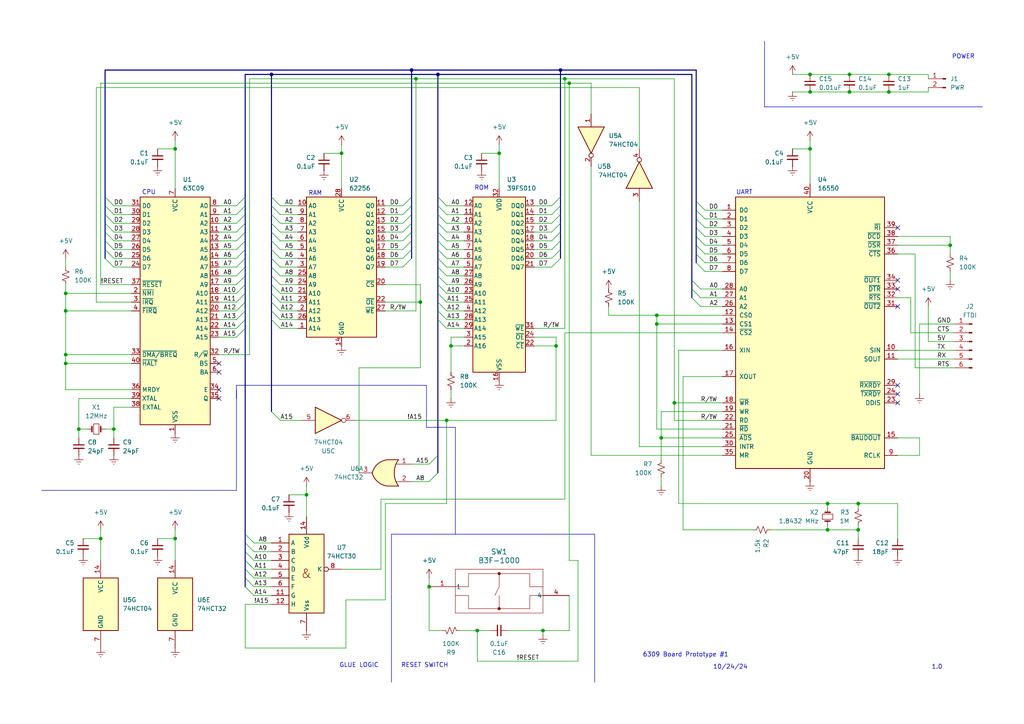
<source format=kicad_sch>
(kicad_sch (version 20231120) (generator "eeschema") (generator_version "8.0")
  (paper "A4")
  (junction (at 144.78 44.45))
  (junction (at 248.92 146.05))
  (junction (at 191.77 127))
  (junction (at 78.74 21.59))
  (junction (at 99.06 44.45))
  (junction (at 124.46 170.18))
  (junction (at 161.29 100.33))
  (junction (at 234.95 21.59))
  (junction (at 234.95 43.18))
  (junction (at 120.65 22.86))
  (junction (at 33.02 124.46))
  (junction (at 19.05 90.17))
  (junction (at 195.58 116.84))
  (junction (at 257.81 21.59))
  (junction (at 240.03 146.05))
  (junction (at 257.81 26.67))
  (junction (at 246.38 26.67))
  (junction (at 190.5 91.44))
  (junction (at 127 21.59))
  (junction (at 157.48 182.88))
  (junction (at 19.05 85.09))
  (junction (at 240.03 153.67))
  (junction (at 22.86 124.46))
  (junction (at 19.05 105.41))
  (junction (at 121.92 87.63))
  (junction (at 130.81 100.33))
  (junction (at 163.83 22.86))
  (junction (at 190.5 93.98))
  (junction (at 138.43 182.88))
  (junction (at 129.54 121.92))
  (junction (at 50.8 156.21))
  (junction (at 248.92 153.67))
  (junction (at 246.38 21.59))
  (junction (at 88.9 143.51))
  (junction (at 50.8 43.18))
  (junction (at 119.38 20.32))
  (junction (at 275.59 71.12))
  (junction (at 29.21 156.21))
  (junction (at 162.56 20.32))
  (junction (at 234.95 26.67))
  (junction (at 19.05 102.87))
  (junction (at 165.1 24.13))
  (no_connect (at 260.35 88.9))
  (no_connect (at 63.5 107.95))
  (no_connect (at 63.5 113.03))
  (no_connect (at 260.35 83.82))
  (no_connect (at 260.35 111.76))
  (no_connect (at 260.35 66.04))
  (no_connect (at 260.35 81.28))
  (no_connect (at 260.35 116.84))
  (no_connect (at 63.5 105.41))
  (no_connect (at 260.35 114.3))
  (no_connect (at 63.5 115.57))
  (bus_entry (at 71.12 87.63) (size -2.54 2.54))
  (bus_entry (at 200.66 81.28) (size 2.54 2.54))
  (bus_entry (at 201.93 60.96) (size 2.54 2.54))
  (bus_entry (at 162.56 69.85) (size -2.54 2.54))
  (bus_entry (at 201.93 68.58) (size 2.54 2.54))
  (bus_entry (at 71.12 74.93) (size -2.54 2.54))
  (bus_entry (at 78.74 57.15) (size 2.54 2.54))
  (bus_entry (at 71.12 77.47) (size -2.54 2.54))
  (bus_entry (at 127 57.15) (size 2.54 2.54))
  (bus_entry (at 71.12 72.39) (size -2.54 2.54))
  (bus_entry (at 201.93 73.66) (size 2.54 2.54))
  (bus_entry (at 71.12 162.56) (size 2.54 2.54))
  (bus_entry (at 30.48 59.69) (size 2.54 2.54))
  (bus_entry (at 78.74 62.23) (size 2.54 2.54))
  (bus_entry (at 71.12 82.55) (size -2.54 2.54))
  (bus_entry (at 127 74.93) (size 2.54 2.54))
  (bus_entry (at 201.93 66.04) (size 2.54 2.54))
  (bus_entry (at 119.38 69.85) (size -2.54 2.54))
  (bus_entry (at 30.48 74.93) (size 2.54 2.54))
  (bus_entry (at 162.56 59.69) (size -2.54 2.54))
  (bus_entry (at 71.12 67.31) (size -2.54 2.54))
  (bus_entry (at 30.48 69.85) (size 2.54 2.54))
  (bus_entry (at 71.12 92.71) (size -2.54 2.54))
  (bus_entry (at 119.38 62.23) (size -2.54 2.54))
  (bus_entry (at 78.74 77.47) (size 2.54 2.54))
  (bus_entry (at 127 80.01) (size 2.54 2.54))
  (bus_entry (at 127 59.69) (size 2.54 2.54))
  (bus_entry (at 78.74 80.01) (size 2.54 2.54))
  (bus_entry (at 71.12 170.18) (size 2.54 2.54))
  (bus_entry (at 201.93 71.12) (size 2.54 2.54))
  (bus_entry (at 201.93 76.2) (size 2.54 2.54))
  (bus_entry (at 78.74 59.69) (size 2.54 2.54))
  (bus_entry (at 200.66 86.36) (size 2.54 2.54))
  (bus_entry (at 71.12 154.94) (size 2.54 2.54))
  (bus_entry (at 78.74 72.39) (size 2.54 2.54))
  (bus_entry (at 30.48 67.31) (size 2.54 2.54))
  (bus_entry (at 162.56 62.23) (size -2.54 2.54))
  (bus_entry (at 127 92.71) (size 2.54 2.54))
  (bus_entry (at 127 87.63) (size 2.54 2.54))
  (bus_entry (at 71.12 59.69) (size -2.54 2.54))
  (bus_entry (at 78.74 90.17) (size 2.54 2.54))
  (bus_entry (at 201.93 63.5) (size 2.54 2.54))
  (bus_entry (at 119.38 72.39) (size -2.54 2.54))
  (bus_entry (at 162.56 57.15) (size -2.54 2.54))
  (bus_entry (at 162.56 74.93) (size -2.54 2.54))
  (bus_entry (at 71.12 167.64) (size 2.54 2.54))
  (bus_entry (at 71.12 160.02) (size 2.54 2.54))
  (bus_entry (at 78.74 64.77) (size 2.54 2.54))
  (bus_entry (at 162.56 64.77) (size -2.54 2.54))
  (bus_entry (at 127 67.31) (size 2.54 2.54))
  (bus_entry (at 119.38 57.15) (size -2.54 2.54))
  (bus_entry (at 71.12 157.48) (size 2.54 2.54))
  (bus_entry (at 201.93 58.42) (size 2.54 2.54))
  (bus_entry (at 78.74 87.63) (size 2.54 2.54))
  (bus_entry (at 71.12 90.17) (size -2.54 2.54))
  (bus_entry (at 127 82.55) (size 2.54 2.54))
  (bus_entry (at 127 64.77) (size 2.54 2.54))
  (bus_entry (at 127 62.23) (size 2.54 2.54))
  (bus_entry (at 119.38 74.93) (size -2.54 2.54))
  (bus_entry (at 78.74 67.31) (size 2.54 2.54))
  (bus_entry (at 71.12 69.85) (size -2.54 2.54))
  (bus_entry (at 71.12 80.01) (size -2.54 2.54))
  (bus_entry (at 71.12 165.1) (size 2.54 2.54))
  (bus_entry (at 71.12 64.77) (size -2.54 2.54))
  (bus_entry (at 127 69.85) (size 2.54 2.54))
  (bus_entry (at 127 90.17) (size 2.54 2.54))
  (bus_entry (at 71.12 62.23) (size -2.54 2.54))
  (bus_entry (at 127 137.16) (size -2.54 2.54))
  (bus_entry (at 127 77.47) (size 2.54 2.54))
  (bus_entry (at 30.48 62.23) (size 2.54 2.54))
  (bus_entry (at 78.74 119.38) (size 2.54 2.54))
  (bus_entry (at 71.12 57.15) (size -2.54 2.54))
  (bus_entry (at 30.48 64.77) (size 2.54 2.54))
  (bus_entry (at 162.56 67.31) (size -2.54 2.54))
  (bus_entry (at 200.66 83.82) (size 2.54 2.54))
  (bus_entry (at 30.48 72.39) (size 2.54 2.54))
  (bus_entry (at 119.38 64.77) (size -2.54 2.54))
  (bus_entry (at 119.38 67.31) (size -2.54 2.54))
  (bus_entry (at 127 132.08) (size -2.54 2.54))
  (bus_entry (at 78.74 85.09) (size 2.54 2.54))
  (bus_entry (at 127 72.39) (size 2.54 2.54))
  (bus_entry (at 127 85.09) (size 2.54 2.54))
  (bus_entry (at 78.74 69.85) (size 2.54 2.54))
  (bus_entry (at 30.48 57.15) (size 2.54 2.54))
  (bus_entry (at 78.74 82.55) (size 2.54 2.54))
  (bus_entry (at 162.56 72.39) (size -2.54 2.54))
  (bus_entry (at 78.74 74.93) (size 2.54 2.54))
  (bus_entry (at 119.38 59.69) (size -2.54 2.54))
  (bus_entry (at 71.12 85.09) (size -2.54 2.54))
  (bus_entry (at 71.12 95.25) (size -2.54 2.54))
  (bus_entry (at 78.74 92.71) (size 2.54 2.54))
  (bus (pts (xy 71.12 82.55) (xy 71.12 85.09)))
  (wire (pts (xy 33.02 77.47) (xy 38.1 77.47)))
  (bus (pts (xy 78.74 74.93) (xy 78.74 77.47)))
  (wire (pts (xy 104.14 137.16) (xy 104.14 106.68)))
  (wire (pts (xy 223.52 153.67) (xy 240.03 153.67)))
  (wire (pts (xy 190.5 91.44) (xy 209.55 91.44)))
  (bus (pts (xy 119.38 20.32) (xy 162.56 20.32)))
  (wire (pts (xy 191.77 127) (xy 191.77 133.35)))
  (wire (pts (xy 185.42 58.42) (xy 185.42 129.54)))
  (wire (pts (xy 129.54 67.31) (xy 134.62 67.31)))
  (wire (pts (xy 63.5 102.87) (xy 72.39 102.87)))
  (wire (pts (xy 81.28 85.09) (xy 86.36 85.09)))
  (wire (pts (xy 33.02 64.77) (xy 38.1 64.77)))
  (polyline (pts (xy 123.698 123.952) (xy 132.08 123.952)))
  (wire (pts (xy 68.58 74.93) (xy 63.5 74.93)))
  (wire (pts (xy 240.03 146.05) (xy 240.03 147.32)))
  (wire (pts (xy 130.81 97.79) (xy 134.62 97.79)))
  (bus (pts (xy 201.93 71.12) (xy 201.93 73.66)))
  (wire (pts (xy 161.29 121.92) (xy 161.29 100.33)))
  (wire (pts (xy 111.76 82.55) (xy 121.92 82.55)))
  (bus (pts (xy 200.66 81.28) (xy 200.66 83.82)))
  (bus (pts (xy 162.56 69.85) (xy 162.56 72.39)))
  (wire (pts (xy 88.9 143.51) (xy 88.9 149.86)))
  (wire (pts (xy 111.76 146.05) (xy 129.54 146.05)))
  (wire (pts (xy 121.92 106.68) (xy 121.92 87.63)))
  (bus (pts (xy 71.12 59.69) (xy 71.12 62.23)))
  (wire (pts (xy 234.95 43.18) (xy 234.95 40.64)))
  (wire (pts (xy 198.12 109.22) (xy 198.12 153.67)))
  (wire (pts (xy 100.33 173.99) (xy 111.76 173.99)))
  (wire (pts (xy 30.48 124.46) (xy 33.02 124.46)))
  (wire (pts (xy 204.47 78.74) (xy 209.55 78.74)))
  (wire (pts (xy 129.54 80.01) (xy 134.62 80.01)))
  (wire (pts (xy 260.35 86.36) (xy 264.16 86.36)))
  (wire (pts (xy 167.64 162.56) (xy 167.64 191.77)))
  (wire (pts (xy 73.66 157.48) (xy 78.74 157.48)))
  (wire (pts (xy 129.54 121.92) (xy 129.54 146.05)))
  (wire (pts (xy 191.77 119.38) (xy 209.55 119.38)))
  (wire (pts (xy 19.05 90.17) (xy 38.1 90.17)))
  (wire (pts (xy 240.03 153.67) (xy 248.92 153.67)))
  (wire (pts (xy 185.42 129.54) (xy 209.55 129.54)))
  (wire (pts (xy 124.46 182.88) (xy 124.46 170.18)))
  (bus (pts (xy 162.56 20.32) (xy 201.93 20.32)))
  (wire (pts (xy 99.06 44.45) (xy 99.06 54.61)))
  (wire (pts (xy 121.92 82.55) (xy 121.92 87.63)))
  (polyline (pts (xy 121.158 111.76) (xy 123.698 111.76)))
  (wire (pts (xy 240.03 152.4) (xy 240.03 153.67)))
  (wire (pts (xy 116.84 69.85) (xy 111.76 69.85)))
  (wire (pts (xy 190.5 93.98) (xy 190.5 124.46)))
  (wire (pts (xy 163.83 95.25) (xy 154.94 95.25)))
  (wire (pts (xy 19.05 74.93) (xy 19.05 77.47)))
  (wire (pts (xy 81.28 95.25) (xy 86.36 95.25)))
  (wire (pts (xy 165.1 24.13) (xy 171.45 24.13)))
  (wire (pts (xy 129.54 64.77) (xy 134.62 64.77)))
  (wire (pts (xy 68.58 82.55) (xy 63.5 82.55)))
  (bus (pts (xy 78.74 82.55) (xy 78.74 85.09)))
  (wire (pts (xy 100.33 173.99) (xy 100.33 187.96)))
  (wire (pts (xy 24.13 156.21) (xy 29.21 156.21)))
  (wire (pts (xy 124.46 139.7) (xy 119.38 139.7)))
  (wire (pts (xy 269.24 99.06) (xy 276.86 99.06)))
  (wire (pts (xy 138.43 191.77) (xy 138.43 182.88)))
  (polyline (pts (xy 132.08 154.94) (xy 113.538 154.94)))
  (wire (pts (xy 190.5 93.98) (xy 209.55 93.98)))
  (wire (pts (xy 33.02 124.46) (xy 33.02 127)))
  (wire (pts (xy 50.8 43.18) (xy 50.8 40.64)))
  (bus (pts (xy 71.12 90.17) (xy 71.12 92.71)))
  (bus (pts (xy 78.74 21.59) (xy 78.74 57.15)))
  (wire (pts (xy 160.02 72.39) (xy 154.94 72.39)))
  (wire (pts (xy 29.21 82.55) (xy 38.1 82.55)))
  (wire (pts (xy 33.02 124.46) (xy 33.02 118.11)))
  (wire (pts (xy 111.76 90.17) (xy 120.65 90.17)))
  (wire (pts (xy 129.54 77.47) (xy 134.62 77.47)))
  (wire (pts (xy 163.83 144.78) (xy 110.49 144.78)))
  (bus (pts (xy 71.12 95.25) (xy 71.12 154.94)))
  (bus (pts (xy 71.12 67.31) (xy 71.12 69.85)))
  (wire (pts (xy 116.84 64.77) (xy 111.76 64.77)))
  (wire (pts (xy 29.21 24.13) (xy 29.21 82.55)))
  (wire (pts (xy 68.58 97.79) (xy 63.5 97.79)))
  (wire (pts (xy 165.1 24.13) (xy 165.1 162.56)))
  (wire (pts (xy 248.92 146.05) (xy 248.92 147.32)))
  (wire (pts (xy 73.66 167.64) (xy 78.74 167.64)))
  (wire (pts (xy 229.87 43.18) (xy 234.95 43.18)))
  (wire (pts (xy 133.35 182.88) (xy 138.43 182.88)))
  (wire (pts (xy 83.82 143.51) (xy 88.9 143.51)))
  (wire (pts (xy 157.48 184.15) (xy 157.48 182.88)))
  (wire (pts (xy 204.47 73.66) (xy 209.55 73.66)))
  (wire (pts (xy 45.72 156.21) (xy 50.8 156.21)))
  (wire (pts (xy 196.85 101.6) (xy 196.85 146.05)))
  (bus (pts (xy 127 72.39) (xy 127 74.93)))
  (wire (pts (xy 33.02 59.69) (xy 38.1 59.69)))
  (wire (pts (xy 99.06 44.45) (xy 99.06 41.91)))
  (bus (pts (xy 201.93 58.42) (xy 201.93 60.96)))
  (wire (pts (xy 260.35 104.14) (xy 276.86 104.14)))
  (wire (pts (xy 22.86 115.57) (xy 22.86 124.46)))
  (bus (pts (xy 162.56 62.23) (xy 162.56 64.77)))
  (wire (pts (xy 19.05 102.87) (xy 38.1 102.87)))
  (wire (pts (xy 269.24 88.9) (xy 269.24 99.06)))
  (wire (pts (xy 269.24 21.59) (xy 269.24 22.86)))
  (wire (pts (xy 196.85 146.05) (xy 240.03 146.05)))
  (wire (pts (xy 81.28 90.17) (xy 86.36 90.17)))
  (bus (pts (xy 162.56 67.31) (xy 162.56 69.85)))
  (bus (pts (xy 119.38 69.85) (xy 119.38 72.39)))
  (wire (pts (xy 71.12 187.96) (xy 100.33 187.96)))
  (wire (pts (xy 276.86 93.98) (xy 266.7 93.98)))
  (wire (pts (xy 248.92 146.05) (xy 260.35 146.05)))
  (bus (pts (xy 78.74 57.15) (xy 78.74 59.69)))
  (wire (pts (xy 129.54 82.55) (xy 134.62 82.55)))
  (wire (pts (xy 81.28 62.23) (xy 86.36 62.23)))
  (wire (pts (xy 204.47 71.12) (xy 209.55 71.12)))
  (wire (pts (xy 71.12 175.26) (xy 71.12 187.96)))
  (wire (pts (xy 191.77 119.38) (xy 191.77 127)))
  (wire (pts (xy 88.9 143.51) (xy 88.9 140.97)))
  (wire (pts (xy 38.1 115.57) (xy 22.86 115.57)))
  (wire (pts (xy 204.47 68.58) (xy 209.55 68.58)))
  (bus (pts (xy 127 85.09) (xy 127 87.63)))
  (wire (pts (xy 257.81 26.67) (xy 269.24 26.67)))
  (polyline (pts (xy 132.08 123.952) (xy 132.08 154.94)))
  (wire (pts (xy 195.58 22.86) (xy 195.58 116.84)))
  (wire (pts (xy 234.95 26.67) (xy 229.87 26.67)))
  (wire (pts (xy 265.43 73.66) (xy 260.35 73.66)))
  (wire (pts (xy 209.55 116.84) (xy 195.58 116.84)))
  (bus (pts (xy 71.12 87.63) (xy 71.12 90.17)))
  (wire (pts (xy 38.1 113.03) (xy 19.05 113.03)))
  (wire (pts (xy 33.02 74.93) (xy 38.1 74.93)))
  (wire (pts (xy 110.49 144.78) (xy 110.49 165.1)))
  (wire (pts (xy 248.92 156.21) (xy 248.92 153.67)))
  (wire (pts (xy 185.42 25.4) (xy 185.42 43.18)))
  (wire (pts (xy 72.39 22.86) (xy 72.39 102.87)))
  (wire (pts (xy 160.02 74.93) (xy 154.94 74.93)))
  (bus (pts (xy 127 64.77) (xy 127 67.31)))
  (wire (pts (xy 204.47 63.5) (xy 209.55 63.5)))
  (wire (pts (xy 275.59 81.28) (xy 275.59 78.74)))
  (wire (pts (xy 50.8 54.61) (xy 50.8 43.18)))
  (bus (pts (xy 71.12 72.39) (xy 71.12 74.93)))
  (bus (pts (xy 30.48 69.85) (xy 30.48 72.39)))
  (bus (pts (xy 71.12 160.02) (xy 71.12 162.56)))
  (wire (pts (xy 72.39 22.86) (xy 120.65 22.86)))
  (bus (pts (xy 201.93 73.66) (xy 201.93 76.2)))
  (wire (pts (xy 191.77 127) (xy 209.55 127)))
  (bus (pts (xy 78.74 92.71) (xy 78.74 119.38)))
  (wire (pts (xy 68.58 92.71) (xy 63.5 92.71)))
  (wire (pts (xy 81.28 64.77) (xy 86.36 64.77)))
  (bus (pts (xy 127 132.08) (xy 127 137.16)))
  (bus (pts (xy 162.56 57.15) (xy 162.56 59.69)))
  (wire (pts (xy 81.28 121.92) (xy 87.63 121.92)))
  (wire (pts (xy 19.05 82.55) (xy 19.05 85.09)))
  (bus (pts (xy 78.74 72.39) (xy 78.74 74.93)))
  (wire (pts (xy 260.35 101.6) (xy 276.86 101.6)))
  (bus (pts (xy 71.12 74.93) (xy 71.12 77.47)))
  (wire (pts (xy 275.59 68.58) (xy 275.59 71.12)))
  (wire (pts (xy 121.92 87.63) (xy 111.76 87.63)))
  (wire (pts (xy 68.58 85.09) (xy 63.5 85.09)))
  (wire (pts (xy 73.66 172.72) (xy 78.74 172.72)))
  (wire (pts (xy 204.47 76.2) (xy 209.55 76.2)))
  (wire (pts (xy 50.8 156.21) (xy 50.8 162.56)))
  (bus (pts (xy 78.74 62.23) (xy 78.74 64.77)))
  (wire (pts (xy 29.21 156.21) (xy 29.21 153.67)))
  (wire (pts (xy 203.2 86.36) (xy 209.55 86.36)))
  (wire (pts (xy 257.81 21.59) (xy 246.38 21.59)))
  (bus (pts (xy 78.74 80.01) (xy 78.74 82.55)))
  (wire (pts (xy 163.83 96.52) (xy 209.55 96.52)))
  (wire (pts (xy 195.58 116.84) (xy 195.58 121.92)))
  (polyline (pts (xy 68.58 142.24) (xy 68.58 113.03)))
  (wire (pts (xy 144.78 44.45) (xy 144.78 41.91)))
  (wire (pts (xy 81.28 69.85) (xy 86.36 69.85)))
  (wire (pts (xy 257.81 26.67) (xy 246.38 26.67)))
  (wire (pts (xy 129.54 62.23) (xy 134.62 62.23)))
  (wire (pts (xy 73.66 165.1) (xy 78.74 165.1)))
  (bus (pts (xy 78.74 85.09) (xy 78.74 87.63)))
  (wire (pts (xy 160.02 62.23) (xy 154.94 62.23)))
  (bus (pts (xy 127 21.59) (xy 200.66 21.59)))
  (bus (pts (xy 127 92.71) (xy 127 132.08)))
  (wire (pts (xy 195.58 121.92) (xy 209.55 121.92)))
  (wire (pts (xy 257.81 21.59) (xy 269.24 21.59)))
  (polyline (pts (xy 68.58 111.76) (xy 121.158 111.76)))
  (wire (pts (xy 203.2 88.9) (xy 209.55 88.9)))
  (bus (pts (xy 30.48 72.39) (xy 30.48 74.93)))
  (wire (pts (xy 68.58 77.47) (xy 63.5 77.47)))
  (bus (pts (xy 119.38 67.31) (xy 119.38 69.85)))
  (wire (pts (xy 165.1 182.88) (xy 157.48 182.88)))
  (wire (pts (xy 204.47 66.04) (xy 209.55 66.04)))
  (wire (pts (xy 68.58 62.23) (xy 63.5 62.23)))
  (polyline (pts (xy 68.58 111.76) (xy 68.58 115.57)))
  (bus (pts (xy 78.74 69.85) (xy 78.74 72.39)))
  (wire (pts (xy 266.7 127) (xy 266.7 132.08)))
  (wire (pts (xy 129.54 59.69) (xy 134.62 59.69)))
  (wire (pts (xy 190.5 91.44) (xy 190.5 93.98)))
  (polyline (pts (xy 113.538 154.94) (xy 113.538 197.866)))
  (bus (pts (xy 30.48 20.32) (xy 30.48 57.15)))
  (bus (pts (xy 127 69.85) (xy 127 72.39)))
  (wire (pts (xy 81.28 82.55) (xy 86.36 82.55)))
  (wire (pts (xy 19.05 105.41) (xy 38.1 105.41)))
  (wire (pts (xy 81.28 80.01) (xy 86.36 80.01)))
  (bus (pts (xy 78.74 77.47) (xy 78.74 80.01)))
  (wire (pts (xy 22.86 124.46) (xy 25.4 124.46)))
  (bus (pts (xy 200.66 21.59) (xy 200.66 81.28)))
  (bus (pts (xy 201.93 63.5) (xy 201.93 66.04)))
  (wire (pts (xy 116.84 67.31) (xy 111.76 67.31)))
  (wire (pts (xy 160.02 64.77) (xy 154.94 64.77)))
  (wire (pts (xy 104.14 106.68) (xy 121.92 106.68)))
  (wire (pts (xy 129.54 92.71) (xy 134.62 92.71)))
  (wire (pts (xy 116.84 72.39) (xy 111.76 72.39)))
  (wire (pts (xy 265.43 106.68) (xy 276.86 106.68)))
  (polyline (pts (xy 12.065 142.24) (xy 68.58 142.24)))
  (wire (pts (xy 171.45 24.13) (xy 171.45 33.02)))
  (wire (pts (xy 144.78 44.45) (xy 144.78 54.61)))
  (wire (pts (xy 27.94 25.4) (xy 185.42 25.4)))
  (wire (pts (xy 102.87 121.92) (xy 129.54 121.92)))
  (wire (pts (xy 234.95 43.18) (xy 234.95 53.34)))
  (wire (pts (xy 129.54 72.39) (xy 134.62 72.39)))
  (wire (pts (xy 129.54 121.92) (xy 161.29 121.92)))
  (bus (pts (xy 78.74 87.63) (xy 78.74 90.17)))
  (bus (pts (xy 119.38 62.23) (xy 119.38 64.77)))
  (wire (pts (xy 264.16 86.36) (xy 264.16 96.52)))
  (wire (pts (xy 165.1 162.56) (xy 167.64 162.56)))
  (wire (pts (xy 29.21 24.13) (xy 165.1 24.13)))
  (bus (pts (xy 71.12 64.77) (xy 71.12 67.31)))
  (bus (pts (xy 201.93 60.96) (xy 201.93 63.5)))
  (wire (pts (xy 265.43 73.66) (xy 265.43 106.68)))
  (wire (pts (xy 196.85 101.6) (xy 209.55 101.6)))
  (bus (pts (xy 127 59.69) (xy 127 62.23)))
  (bus (pts (xy 119.38 64.77) (xy 119.38 67.31)))
  (bus (pts (xy 78.74 64.77) (xy 78.74 67.31)))
  (wire (pts (xy 124.46 167.64) (xy 124.46 170.18)))
  (bus (pts (xy 119.38 57.15) (xy 119.38 59.69)))
  (wire (pts (xy 266.7 93.98) (xy 266.7 114.3)))
  (bus (pts (xy 78.74 90.17) (xy 78.74 92.71)))
  (wire (pts (xy 163.83 96.52) (xy 163.83 144.78)))
  (bus (pts (xy 78.74 67.31) (xy 78.74 69.85)))
  (wire (pts (xy 129.54 69.85) (xy 134.62 69.85)))
  (wire (pts (xy 167.64 191.77) (xy 138.43 191.77)))
  (bus (pts (xy 162.56 64.77) (xy 162.56 67.31)))
  (wire (pts (xy 246.38 21.59) (xy 234.95 21.59)))
  (wire (pts (xy 45.72 43.18) (xy 50.8 43.18)))
  (wire (pts (xy 160.02 67.31) (xy 154.94 67.31)))
  (bus (pts (xy 201.93 20.32) (xy 201.93 58.42)))
  (wire (pts (xy 19.05 85.09) (xy 38.1 85.09)))
  (bus (pts (xy 71.12 62.23) (xy 71.12 64.77)))
  (wire (pts (xy 129.54 87.63) (xy 134.62 87.63)))
  (bus (pts (xy 162.56 72.39) (xy 162.56 74.93)))
  (wire (pts (xy 190.5 124.46) (xy 209.55 124.46)))
  (wire (pts (xy 81.28 59.69) (xy 86.36 59.69)))
  (bus (pts (xy 78.74 59.69) (xy 78.74 62.23)))
  (wire (pts (xy 165.1 172.72) (xy 165.1 182.88)))
  (wire (pts (xy 111.76 173.99) (xy 111.76 146.05)))
  (bus (pts (xy 200.66 83.82) (xy 200.66 86.36)))
  (wire (pts (xy 154.94 97.79) (xy 161.29 97.79)))
  (bus (pts (xy 71.12 80.01) (xy 71.12 82.55)))
  (wire (pts (xy 33.02 62.23) (xy 38.1 62.23)))
  (wire (pts (xy 81.28 87.63) (xy 86.36 87.63)))
  (bus (pts (xy 71.12 165.1) (xy 71.12 167.64)))
  (wire (pts (xy 81.28 67.31) (xy 86.36 67.31)))
  (bus (pts (xy 127 77.47) (xy 127 80.01)))
  (bus (pts (xy 162.56 59.69) (xy 162.56 62.23)))
  (wire (pts (xy 246.38 26.67) (xy 234.95 26.67)))
  (bus (pts (xy 127 90.17) (xy 127 92.71)))
  (wire (pts (xy 203.2 83.82) (xy 209.55 83.82)))
  (wire (pts (xy 19.05 102.87) (xy 19.05 90.17)))
  (wire (pts (xy 198.12 109.22) (xy 209.55 109.22)))
  (bus (pts (xy 119.38 20.32) (xy 119.38 57.15)))
  (wire (pts (xy 22.86 124.46) (xy 22.86 127)))
  (wire (pts (xy 116.84 62.23) (xy 111.76 62.23)))
  (bus (pts (xy 30.48 62.23) (xy 30.48 64.77)))
  (wire (pts (xy 110.49 165.1) (xy 99.06 165.1)))
  (wire (pts (xy 116.84 77.47) (xy 111.76 77.47)))
  (wire (pts (xy 19.05 105.41) (xy 19.05 102.87)))
  (bus (pts (xy 127 80.01) (xy 127 82.55)))
  (bus (pts (xy 127 67.31) (xy 127 69.85)))
  (wire (pts (xy 81.28 74.93) (xy 86.36 74.93)))
  (polyline (pts (xy 284.988 30.988) (xy 221.742 30.988)))
  (wire (pts (xy 191.77 138.43) (xy 191.77 140.97)))
  (wire (pts (xy 260.35 146.05) (xy 260.35 156.21)))
  (wire (pts (xy 81.28 92.71) (xy 86.36 92.71)))
  (bus (pts (xy 127 82.55) (xy 127 85.09)))
  (wire (pts (xy 68.58 72.39) (xy 63.5 72.39)))
  (wire (pts (xy 120.65 22.86) (xy 120.65 90.17)))
  (wire (pts (xy 138.43 182.88) (xy 142.24 182.88)))
  (bus (pts (xy 119.38 72.39) (xy 119.38 74.93)))
  (wire (pts (xy 73.66 170.18) (xy 78.74 170.18)))
  (wire (pts (xy 171.45 132.08) (xy 209.55 132.08)))
  (wire (pts (xy 130.81 100.33) (xy 134.62 100.33)))
  (wire (pts (xy 50.8 153.67) (xy 50.8 156.21)))
  (wire (pts (xy 19.05 85.09) (xy 19.05 90.17)))
  (wire (pts (xy 68.58 87.63) (xy 63.5 87.63)))
  (wire (pts (xy 275.59 73.66) (xy 275.59 71.12)))
  (wire (pts (xy 163.83 22.86) (xy 195.58 22.86)))
  (wire (pts (xy 209.55 60.96) (xy 204.47 60.96)))
  (wire (pts (xy 19.05 113.03) (xy 19.05 105.41)))
  (wire (pts (xy 111.76 59.69) (xy 116.84 59.69)))
  (wire (pts (xy 120.65 22.86) (xy 163.83 22.86)))
  (wire (pts (xy 171.45 132.08) (xy 171.45 48.26)))
  (wire (pts (xy 81.28 72.39) (xy 86.36 72.39)))
  (wire (pts (xy 33.02 118.11) (xy 38.1 118.11)))
  (bus (pts (xy 71.12 57.15) (xy 71.12 21.59)))
  (wire (pts (xy 139.7 44.45) (xy 144.78 44.45)))
  (bus (pts (xy 71.12 57.15) (xy 71.12 59.69)))
  (wire (pts (xy 116.84 74.93) (xy 111.76 74.93)))
  (wire (pts (xy 129.54 95.25) (xy 134.62 95.25)))
  (wire (pts (xy 68.58 59.69) (xy 63.5 59.69)))
  (wire (pts (xy 129.54 85.09) (xy 134.62 85.09)))
  (bus (pts (xy 30.48 59.69) (xy 30.48 62.23)))
  (wire (pts (xy 33.02 67.31) (xy 38.1 67.31)))
  (bus (pts (xy 71.12 154.94) (xy 71.12 157.48)))
  (wire (pts (xy 73.66 162.56) (xy 78.74 162.56)))
  (wire (pts (xy 176.53 88.9) (xy 176.53 91.44)))
  (bus (pts (xy 78.74 21.59) (xy 127 21.59)))
  (bus (pts (xy 71.12 157.48) (xy 71.12 160.02)))
  (wire (pts (xy 33.02 69.85) (xy 38.1 69.85)))
  (bus (pts (xy 30.48 20.32) (xy 119.38 20.32)))
  (wire (pts (xy 93.98 44.45) (xy 99.06 44.45)))
  (wire (pts (xy 160.02 69.85) (xy 154.94 69.85)))
  (polyline (pts (xy 123.698 111.76) (xy 123.698 123.952)))
  (bus (pts (xy 201.93 68.58) (xy 201.93 71.12)))
  (wire (pts (xy 68.58 69.85) (xy 63.5 69.85)))
  (bus (pts (xy 71.12 21.59) (xy 78.74 21.59)))
  (bus (pts (xy 71.12 92.71) (xy 71.12 95.25)))
  (wire (pts (xy 38.1 87.63) (xy 27.94 87.63)))
  (bus (pts (xy 162.56 20.32) (xy 162.56 57.15)))
  (bus (pts (xy 127 57.15) (xy 127 59.69)))
  (wire (pts (xy 260.35 132.08) (xy 266.7 132.08)))
  (bus (pts (xy 71.12 69.85) (xy 71.12 72.39)))
  (bus (pts (xy 71.12 162.56) (xy 71.12 165.1)))
  (wire (pts (xy 161.29 97.79) (xy 161.29 100.33)))
  (wire (pts (xy 161.29 100.33) (xy 154.94 100.33)))
  (wire (pts (xy 160.02 59.69) (xy 154.94 59.69)))
  (wire (pts (xy 130.81 113.03) (xy 130.81 115.57)))
  (wire (pts (xy 68.58 90.17) (xy 63.5 90.17)))
  (bus (pts (xy 119.38 59.69) (xy 119.38 62.23)))
  (wire (pts (xy 198.12 153.67) (xy 218.44 153.67)))
  (bus (pts (xy 30.48 64.77) (xy 30.48 67.31)))
  (wire (pts (xy 71.12 175.26) (xy 78.74 175.26)))
  (wire (pts (xy 33.02 72.39) (xy 38.1 72.39)))
  (bus (pts (xy 30.48 57.15) (xy 30.48 59.69)))
  (wire (pts (xy 73.66 160.02) (xy 78.74 160.02)))
  (wire (pts (xy 128.27 182.88) (xy 124.46 182.88)))
  (wire (pts (xy 129.54 90.17) (xy 134.62 90.17)))
  (wire (pts (xy 130.81 107.95) (xy 130.81 100.33)))
  (wire (pts (xy 248.92 152.4) (xy 248.92 153.67)))
  (bus (pts (xy 71.12 85.09) (xy 71.12 87.63)))
  (wire (pts (xy 68.58 80.01) (xy 63.5 80.01)))
  (bus (pts (xy 201.93 66.04) (xy 201.93 68.58)))
  (wire (pts (xy 234.95 21.59) (xy 229.87 21.59)))
  (polyline (pts (xy 172.466 154.94) (xy 172.466 197.866)))
  (wire (pts (xy 240.03 146.05) (xy 248.92 146.05)))
  (wire (pts (xy 160.02 77.47) (xy 154.94 77.47)))
  (wire (pts (xy 163.83 22.86) (xy 163.83 95.25)))
  (wire (pts (xy 81.28 77.47) (xy 86.36 77.47)))
  (wire (pts (xy 68.58 95.25) (xy 63.5 95.25)))
  (wire (pts (xy 260.35 68.58) (xy 275.59 68.58)))
  (bus (pts (xy 127 87.63) (xy 127 90.17)))
  (bus (pts (xy 127 21.59) (xy 127 57.15)))
  (wire (pts (xy 68.58 67.31) (xy 63.5 67.31)))
  (wire (pts (xy 269.24 26.67) (xy 269.24 25.4)))
  (wire (pts (xy 157.48 182.88) (xy 147.32 182.88)))
  (wire (pts (xy 260.35 127) (xy 266.7 127)))
  (wire (pts (xy 176.53 91.44) (xy 190.5 91.44)))
  (wire (pts (xy 260.35 71.12) (xy 275.59 71.12)))
  (bus (pts (xy 71.12 167.64) (xy 71.12 170.18)))
  (wire (pts (xy 124.46 134.62) (xy 119.38 134.62)))
  (wire (pts (xy 68.58 64.77) (xy 63.5 64.77)))
  (wire (pts (xy 27.94 87.63) (xy 27.94 25.4)))
  (bus (pts (xy 71.12 77.47) (xy 71.12 80.01)))
  (wire (pts (xy 29.21 156.21) (xy 29.21 162.56)))
  (polyline (pts (xy 132.08 154.94) (xy 172.466 154.94)))
  (bus (pts (xy 127 74.93) (xy 127 77.47)))
  (bus (pts (xy 127 62.23) (xy 127 64.77)))
  (bus (pts (xy 30.48 67.31) (xy 30.48 69.85)))
  (wire (pts (xy 264.16 96.52) (xy 276.86 96.52)))
  (polyline (pts (xy 221.742 11.938) (xy 221.742 30.988)))
  (wire (pts (xy 129.54 74.93) (xy 134.62 74.93)))
  (wire (pts (xy 130.81 100.33) (xy 130.81 97.79)))
  (text "GLUE LOGIC" (at 104.14 193.04 0) (effects (font (size 1.27 1.27))))
  (text "1.0\n" (at 271.78 193.548 0) (effects (font (size 1.27 1.27))))
  (text "ROM\n" (at 139.7 54.61 0) (effects (font (size 1.27 1.27))))
  (text "UART" (at 215.9 55.88 0) (effects (font (size 1.27 1.27))))
  (text "CPU\n" (at 43.18 55.88 0) (effects (font (size 1.27 1.27))))
  (text "RESET SWITCH" (at 123.19 193.04 0) (effects (font (size 1.27 1.27))))
  (text "POWER" (at 279.4 16.51 0) (effects (font (size 1.27 1.27))))
  (text "6309 Board Prototype #1" (at 198.882 189.992 0) (effects (font (size 1.27 1.27))))
  (text "10/24/24\n" (at 211.836 193.548 0) (effects (font (size 1.27 1.27))))
  (text "RAM\n\n" (at 91.44 57.15 0) (effects (font (size 1.27 1.27))))
  (label "A12" (at 133.35 90.17 180))
  (label "D6" (at 33.02 74.93 0))
  (label "D4" (at 33.02 69.85 0))
  (label "A11" (at 64.77 87.63 0))
  (label "GND" (at 271.78 93.98 0))
  (label "D3" (at 208.28 68.58 180))
  (label "D0" (at 33.02 59.69 0))
  (label "D1" (at 113.03 62.23 0))
  (label "A7" (at 133.35 77.47 180))
  (label "R{slash}!W" (at 203.2 116.84 0))
  (label "D1" (at 33.02 62.23 0))
  (label "D6" (at 156.21 74.93 0))
  (label "D1" (at 156.21 62.23 0))
  (label "A6" (at 133.35 74.93 180))
  (label "A11" (at 133.35 87.63 180))
  (label "A6" (at 85.09 74.93 180))
  (label "A15" (at 81.28 121.92 0))
  (label "A5" (at 133.35 72.39 180))
  (label "A13" (at 64.77 92.71 0))
  (label "A3" (at 85.09 67.31 180))
  (label "A12" (at 77.47 167.64 180))
  (label "A4" (at 133.35 69.85 180))
  (label "D2" (at 113.03 64.77 0))
  (label "!A15" (at 118.11 121.92 0))
  (label "D0" (at 208.28 60.96 180))
  (label "A3" (at 133.35 67.31 180))
  (label "A12" (at 64.77 90.17 0))
  (label "A1" (at 133.35 62.23 180))
  (label "A15" (at 120.65 134.62 0))
  (label "A10" (at 64.77 85.09 0))
  (label "A1" (at 85.09 62.23 180))
  (label "D2" (at 156.21 64.77 0))
  (label "A4" (at 85.09 69.85 180))
  (label "A13" (at 85.09 92.71 180))
  (label "D2" (at 208.28 66.04 180))
  (label "A3" (at 64.77 67.31 0))
  (label "R{slash}!W" (at 203.2 121.92 0))
  (label "D7" (at 113.03 77.47 0))
  (label "A8" (at 77.47 157.48 180))
  (label "A13" (at 77.47 170.18 180))
  (label "D0" (at 113.03 59.69 0))
  (label "A10" (at 133.35 85.09 180))
  (label "A4" (at 64.77 69.85 0))
  (label "R{slash}!W" (at 113.03 90.17 0))
  (label "A2" (at 208.28 88.9 180))
  (label "D6" (at 208.28 76.2 180))
  (label "A13" (at 133.35 92.71 180))
  (label "A0" (at 208.28 83.82 180))
  (label "A8" (at 133.35 80.01 180))
  (label "CTS" (at 271.78 96.52 0))
  (label "A10" (at 77.47 162.56 180))
  (label "TX" (at 271.78 101.6 0))
  (label "A12" (at 85.09 90.17 180))
  (label "A7" (at 64.77 77.47 0))
  (label "A6" (at 64.77 74.93 0))
  (label "D2" (at 33.02 64.77 0))
  (label "A9" (at 77.47 160.02 180))
  (label "A8" (at 64.77 80.01 0))
  (label "A11" (at 77.47 165.1 180))
  (label "RTS" (at 271.78 106.68 0))
  (label "A9" (at 85.09 82.55 180))
  (label "A11" (at 85.09 87.63 180))
  (label "D7" (at 33.02 77.47 0))
  (label "A15" (at 64.77 97.79 0))
  (label "A14" (at 85.09 95.25 180))
  (label "RX" (at 271.78 104.14 0))
  (label "A8" (at 85.09 80.01 180))
  (label "A10" (at 85.09 85.09 180))
  (label "A9" (at 64.77 82.55 0))
  (label "A7" (at 85.09 77.47 180))
  (label "A8" (at 120.65 139.7 0))
  (label "A14" (at 133.35 95.25 180))
  (label "A2" (at 85.09 64.77 180))
  (label "D5" (at 113.03 72.39 0))
  (label "5V" (at 271.78 99.06 0))
  (label "A0" (at 133.35 59.69 180))
  (label "D5" (at 33.02 72.39 0))
  (label "D4" (at 113.03 69.85 0))
  (label "D1" (at 208.28 63.5 180))
  (label "D6" (at 113.03 74.93 0))
  (label "A5" (at 85.09 72.39 180))
  (label "A0" (at 64.77 59.69 0))
  (label "D0" (at 156.21 59.69 0))
  (label "R{slash}!W" (at 64.77 102.87 0))
  (label "!RESET" (at 29.21 82.55 0))
  (label "D4" (at 156.21 69.85 0))
  (label "A1" (at 64.77 62.23 0))
  (label "D5" (at 156.21 72.39 0))
  (label "A0" (at 85.09 59.69 180))
  (label "!RESET" (at 149.86 191.77 0))
  (label "A14" (at 77.47 172.72 180))
  (label "D7" (at 208.28 78.74 180))
  (label "D5" (at 208.28 73.66 180))
  (label "D7" (at 156.21 77.47 0))
  (label "D3" (at 156.21 67.31 0))
  (label "A5" (at 64.77 72.39 0))
  (label "!A15" (at 73.66 175.26 0))
  (label "D3" (at 113.03 67.31 0))
  (label "D3" (at 33.02 67.31 0))
  (label "A1" (at 208.28 86.36 180))
  (label "A14" (at 64.77 95.25 0))
  (label "D4" (at 208.28 71.12 180))
  (label "A2" (at 64.77 64.77 0))
  (label "A9" (at 133.35 82.55 180))
  (label "A2" (at 133.35 64.77 180))
  (label "R{slash}!W" (at 157.48 95.25 0))
  (symbol (lib_id "power:+5V") (at 19.05 74.93 0) (unit 1)
    (property "Reference" "#PWR021" (effects (hide yes)))
    (property "Value" "+5V" (at 19.05 69.85 0))
    (property "Description" "Power symbol creates a global label with name \"+5V\"" (effects (hide yes)))
  )
  (symbol (lib_id "Device:Crystal_Small") (at 240.03 149.86 90) (mirror x) (unit 1)
    (property "Reference" "X2" (at 237.49 148.5899 90) (effects (justify left)))
    (property "Value" "1.8432 MHz" (at 237.49 151.1299 90) (effects (justify left)))
    (property "Footprint" "Crystal:Crystal_HC49-U_Vertical" (effects (hide yes)))
    (property "Description" "Two pin crystal, small symbol" (effects (hide yes)))
  )
  (symbol (lib_id "Device:C_Small") (at 248.92 158.75 0) (mirror y) (unit 1)
    (property "Reference" "C11" (at 246.38 157.4862 0) (effects (justify left)))
    (property "Value" "47pF" (at 246.38 160.0262 0) (effects (justify left)))
    (property "Footprint" "Capacitor_THT:C_Disc_D5.0mm_W2.5mm_P5.00mm" (effects (hide yes)))
    (property "Datasheet" "https://content.kemet.com/datasheets/KEM_C1049_GOLDMAX_C0G.pdf" (effects (hide yes)))
    (property "Description" "CAP CER 47PF 50V NP0 RADIAL" (effects (hide yes)))
  )
  (symbol (lib_id "power:GNDREF") (at 248.92 161.29 0) (mirror y) (unit 1)
    (property "Reference" "#PWR019" (effects (hide yes)))
    (property "Value" "GND" (effects (hide yes)))
    (property "Description" "Power symbol creates a global label with name \"GNDREF\" , reference supply ground" (effects (hide yes)))
  )
  (symbol (lib_id "power:GNDREF") (at 144.78 110.49 0) (unit 1)
    (property "Reference" "#PWR09" (effects (hide yes)))
    (property "Value" "GND" (effects (hide yes)))
    (property "Description" "Power symbol creates a global label with name \"GNDREF\" , reference supply ground" (effects (hide yes)))
  )
  (symbol (lib_id "power:+5V") (at 144.78 41.91 0) (unit 1)
    (property "Reference" "#PWR06" (effects (hide yes)))
    (property "Value" "+5V" (at 144.78 36.83 0))
    (property "Description" "Power symbol creates a global label with name \"+5V\"" (effects (hide yes)))
  )
  (symbol (lib_id "74xx:74LS32") (at 111.76 137.16 0) (mirror y) (unit 1)
    (property "Reference" "U6" (at 105.41 135.8899 0) (effects (justify left)))
    (property "Value" "74HCT32" (at 105.41 138.4299 0) (effects (justify left)))
    (property "Footprint" "Package_DIP:DIP-14_W7.62mm_Socket" (effects (hide yes)))
    (property "Datasheet" "https://www.ti.com/lit/ds/symlink/sn74hct32.pdf" (effects (hide yes)))
    (property "Description" "Quad 2-input OR" (effects (hide yes)))
  )
  (symbol (lib_id "power:GNDREF") (at 29.21 187.96 0) (unit 1)
    (property "Reference" "#PWR018" (effects (hide yes)))
    (property "Value" "GND" (effects (hide yes)))
    (property "Description" "Power symbol creates a global label with name \"GNDREF\" , reference supply ground" (effects (hide yes)))
  )
  (symbol (lib_id "Custom:C320C104J5R5TA7301") (at 139.7 46.99 0) (mirror y) (unit 1)
    (property "Reference" "C3" (at 137.16 45.7262 0) (effects (justify left)))
    (property "Value" "0.1uF" (at 137.16 48.2662 0) (effects (justify left)))
    (property "Footprint" "Custom:CAP_C320C_MR_X7R_KEM" (effects (hide yes)))
    (property "Datasheet" "https://content.kemet.com/datasheets/KEM_C1050_GOLDMAX_X7R.pdf" (effects (hide yes)))
    (property "Description" "CAP CER 0.1UF 50V X7R RADIAL" (effects (hide yes)))
  )
  (symbol (lib_id "Device:R_Small_US") (at 130.81 110.49 180) (unit 1)
    (property "Reference" "R8" (at 133.35 109.2199 0) (effects (justify right)))
    (property "Value" "100K" (at 133.35 111.7599 0) (effects (justify right)))
    (property "Footprint" "Resistor_THT:R_Axial_DIN0207_L6.3mm_D2.5mm_P5.08mm_Vertical" (effects (hide yes)))
    (property "Description" "Resistor, small US symbol" (effects (hide yes)))
  )
  (symbol (lib_id "power:GNDREF") (at 99.06 100.33 0) (unit 1)
    (property "Reference" "#PWR08" (effects (hide yes)))
    (property "Value" "GND" (effects (hide yes)))
    (property "Description" "Power symbol creates a global label with name \"GNDREF\" , reference supply ground" (effects (hide yes)))
  )
  (symbol (lib_id "power:GNDREF") (at 83.82 148.59 0) (unit 1)
    (property "Reference" "#PWR031" (effects (hide yes)))
    (property "Value" "GND" (effects (hide yes)))
    (property "Description" "Power symbol creates a global label with name \"GNDREF\" , reference supply ground" (effects (hide yes)))
  )
  (symbol (lib_id "power:GNDREF") (at 45.72 48.26 0) (unit 1)
    (property "Reference" "#PWR01" (effects (hide yes)))
    (property "Value" "GND" (effects (hide yes)))
    (property "Description" "Power symbol creates a global label with name \"GNDREF\" , reference supply ground" (effects (hide yes)))
  )
  (symbol (lib_id "Custom:C320C104J5R5TA7301") (at 229.87 45.72 0) (mirror y) (unit 1)
    (property "Reference" "C4" (at 227.33 44.4562 0) (effects (justify left)))
    (property "Value" "0.1uF" (at 227.33 46.9962 0) (effects (justify left)))
    (property "Footprint" "Custom:CAP_C320C_MR_X7R_KEM" (effects (hide yes)))
    (property "Datasheet" "https://content.kemet.com/datasheets/KEM_C1050_GOLDMAX_X7R.pdf" (effects (hide yes)))
    (property "Description" "CAP CER 0.1UF 50V X7R RADIAL" (effects (hide yes)))
  )
  (symbol (lib_id "power:GNDREF") (at 234.95 139.7 0) (unit 1)
    (property "Reference" "#PWR014" (effects (hide yes)))
    (property "Value" "GND" (effects (hide yes)))
    (property "Description" "Power symbol creates a global label with name \"GNDREF\" , reference supply ground" (effects (hide yes)))
  )
  (symbol (lib_id "power:+5V") (at 88.9 140.97 0) (unit 1)
    (property "Reference" "#PWR030" (effects (hide yes)))
    (property "Value" "+5V" (at 88.9 135.89 0))
    (property "Description" "Power symbol creates a global label with name \"+5V\"" (effects (hide yes)))
  )
  (symbol (lib_id "power:GNDREF") (at 33.02 132.08 0) (unit 1)
    (property "Reference" "#PWR011" (effects (hide yes)))
    (property "Value" "GND" (effects (hide yes)))
    (property "Description" "Power symbol creates a global label with name \"GNDREF\" , reference supply ground" (effects (hide yes)))
  )
  (symbol (lib_id "power:GNDREF") (at 45.72 161.29 0) (unit 1)
    (property "Reference" "#PWR033" (effects (hide yes)))
    (property "Value" "GND" (effects (hide yes)))
    (property "Description" "Power symbol creates a global label with name \"GNDREF\" , reference supply ground" (effects (hide yes)))
  )
  (symbol (lib_id "74xx:74HCT04") (at 171.45 40.64 270) (unit 1)
    (property "Reference" "U5" (at 176.53 39.37 90) (effects (justify left)))
    (property "Value" "74HCT04" (at 176.53 41.9099 90) (effects (justify left)))
    (property "Footprint" "Package_DIP:DIP-14_W7.62mm_Socket" (effects (hide yes)))
    (property "Datasheet" "https://assets.nexperia.com/documents/data-sheet/74HC_HCT04.pdf" (effects (hide yes)))
    (property "Description" "Hex Inverter" (effects (hide yes)))
  )
  (symbol (lib_id "power:+5V") (at 99.06 41.91 0) (unit 1)
    (property "Reference" "#PWR04" (effects (hide yes)))
    (property "Value" "+5V" (at 99.06 36.83 0))
    (property "Description" "Power symbol creates a global label with name \"+5V\"" (effects (hide yes)))
  )
  (symbol (lib_id "power:+5V") (at 50.8 40.64 0) (unit 1)
    (property "Reference" "#PWR02" (effects (hide yes)))
    (property "Value" "+5V" (at 50.8 35.56 0))
    (property "Description" "Power symbol creates a global label with name \"+5V\"" (effects (hide yes)))
  )
  (symbol (lib_id "Custom:C320C104J5R5TA7301") (at 83.82 146.05 0) (mirror y) (unit 1)
    (property "Reference" "C7" (at 81.28 144.7862 0) (effects (justify left)))
    (property "Value" "0.1uF" (at 81.28 147.3262 0) (effects (justify left)))
    (property "Footprint" "Custom:CAP_C320C_MR_X7R_KEM" (effects (hide yes)))
    (property "Datasheet" "https://content.kemet.com/datasheets/KEM_C1050_GOLDMAX_X7R.pdf" (effects (hide yes)))
    (property "Description" "CAP CER 0.1UF 50V X7R RADIAL" (effects (hide yes)))
  )
  (symbol (lib_id "power:+5V") (at 50.8 153.67 0) (unit 1)
    (property "Reference" "#PWR034" (effects (hide yes)))
    (property "Value" "+5V" (at 50.8 148.59 0))
    (property "Description" "Power symbol creates a global label with name \"+5V\"" (effects (hide yes)))
  )
  (symbol (lib_id "power:GNDREF") (at 266.7 114.3 0) (unit 1)
    (property "Reference" "#PWR028" (effects (hide yes)))
    (property "Value" "GND" (effects (hide yes)))
    (property "Description" "Power symbol creates a global label with name \"GNDREF\" , reference supply ground" (effects (hide yes)))
  )
  (symbol (lib_id "power:GNDREF") (at 50.8 187.96 0) (unit 1)
    (property "Reference" "#PWR035" (effects (hide yes)))
    (property "Value" "GND" (effects (hide yes)))
    (property "Description" "Power symbol creates a global label with name \"GNDREF\" , reference supply ground" (effects (hide yes)))
  )
  (symbol (lib_id "Connector:Conn_01x02_Pin") (at 274.32 22.86 0) (mirror y) (unit 1)
    (property "Reference" "J1" (at 275.59 22.8599 0) (effects (justify right)))
    (property "Value" "PWR" (at 275.59 25.3999 0) (effects (justify right)))
    (property "Footprint" "Connector_PinHeader_2.54mm:PinHeader_1x02_P2.54mm_Vertical" (effects (hide yes)))
    (property "Description" "Generic connector, single row, 01x02, script generated" (effects (hide yes)))
  )
  (symbol (lib_id "power:GNDREF") (at 157.48 184.15 0) (unit 1)
    (property "Reference" "#PWR038" (effects (hide yes)))
    (property "Value" "GND" (effects (hide yes)))
    (property "Description" "Power symbol creates a global label with name \"GNDREF\" , reference supply ground" (effects (hide yes)))
  )
  (symbol (lib_id "power:GNDREF") (at 229.87 48.26 0) (unit 1)
    (property "Reference" "#PWR012" (effects (hide yes)))
    (property "Value" "GND" (effects (hide yes)))
    (property "Description" "Power symbol creates a global label with name \"GNDREF\" , reference supply ground" (effects (hide yes)))
  )
  (symbol (lib_id "Custom:74HCT30") (at 88.9 165.1 0) (unit 1)
    (property "Reference" "U7" (at 99.06 158.7814 0))
    (property "Value" "74HCT30" (at 99.06 161.3214 0))
    (property "Footprint" "Package_DIP:DIP-14_W7.62mm_Socket" (effects (hide yes)))
    (property "Datasheet" "https://www.futurlec.com/74HCT/74HCT30.shtml" (effects (hide yes)))
    (property "Description" "74HC/HCT30\n8-input NAND gate" (effects (hide yes)))
  )
  (symbol (lib_id "Custom:C320C104J5R5TA7301") (at 246.38 24.13 0) (unit 1)
    (property "Reference" "C14" (at 248.92 22.8662 0) (effects (justify left)))
    (property "Value" "0.1uF" (at 248.92 25.4062 0) (effects (justify left)))
    (property "Footprint" "Custom:CAP_C320C_MR_X7R_KEM" (effects (hide yes)))
    (property "Datasheet" "https://content.kemet.com/datasheets/KEM_C1050_GOLDMAX_X7R.pdf" (effects (hide yes)))
    (property "Description" "CAP CER 0.1UF 50V X7R RADIAL" (effects (hide yes)))
  )
  (symbol (lib_id "Custom:C320C104J5R5TA7301") (at 45.72 45.72 0) (mirror y) (unit 1)
    (property "Reference" "C1" (at 43.18 44.4562 0) (effects (justify left)))
    (property "Value" "0.1uF" (at 43.18 46.9962 0) (effects (justify left)))
    (property "Footprint" "Custom:CAP_C320C_MR_X7R_KEM" (effects (hide yes)))
    (property "Datasheet" "https://content.kemet.com/datasheets/KEM_C1050_GOLDMAX_X7R.pdf" (effects (hide yes)))
    (property "Description" "CAP CER 0.1UF 50V X7R RADIAL" (effects (hide yes)))
  )
  (symbol (lib_id "Custom:C317C240J5G5TA") (at 22.86 129.54 0) (unit 1)
    (property "Reference" "C8" (at 25.4 128.2762 0) (effects (justify left)))
    (property "Value" "24pF" (at 25.4 130.8162 0) (effects (justify left)))
    (property "Footprint" "Custom:CAP_C317_KEM" (effects (hide yes)))
    (property "Datasheet" "https://content.kemet.com/datasheets/KEM_C1049_GOLDMAX_C0G.pdf" (effects (hide yes)))
    (property "Description" "24 pF ±5% 50V Ceramic Capacitor C0G, NP0 Radial" (effects (hide yes)))
  )
  (symbol (lib_id "74xx:74HCT04") (at 185.42 50.8 90) (unit 2)
    (property "Reference" "U5" (at 175.26 48.26 90))
    (property "Value" "74HCT04" (at 177.8 50.8 90))
    (property "Footprint" "Package_DIP:DIP-14_W7.62mm_Socket" (effects (hide yes)))
    (property "Datasheet" "https://assets.nexperia.com/documents/data-sheet/74HC_HCT04.pdf" (effects (hide yes)))
    (property "Description" "Hex Inverter" (effects (hide yes)))
  )
  (symbol (lib_id "power:+5V") (at 29.21 153.67 0) (unit 1)
    (property "Reference" "#PWR017" (effects (hide yes)))
    (property "Value" "+5V" (at 29.21 148.59 0))
    (property "Description" "Power symbol creates a global label with name \"+5V\"" (effects (hide yes)))
  )
  (symbol (lib_id "Device:R_Small_US") (at 191.77 135.89 0) (mirror x) (unit 1)
    (property "Reference" "R7" (at 189.23 134.6199 0) (effects (justify right)))
    (property "Value" "100K" (at 189.23 137.1599 0) (effects (justify right)))
    (property "Footprint" "Resistor_THT:R_Axial_DIN0207_L6.3mm_D2.5mm_P5.08mm_Vertical" (effects (hide yes)))
    (property "Description" "Resistor, small US symbol" (effects (hide yes)))
  )
  (symbol (lib_id "Custom:C317C180J5G5TA") (at 260.35 158.75 0) (mirror y) (unit 1)
    (property "Reference" "C12" (at 257.81 157.4862 0) (effects (justify left)))
    (property "Value" "18pF" (at 257.81 160.0262 0) (effects (justify left)))
    (property "Footprint" "Custom:CAP_C317_KEM" (effects (hide yes)))
    (property "Datasheet" "https://content.kemet.com/datasheets/KEM_C1049_GOLDMAX_C0G.pdf" (effects (hide yes)))
    (property "Description" "CAP CER 18PF 50V C0G/NP0 RADIAL" (effects (hide yes)))
  )
  (symbol (lib_id "Custom:C315C103J5R5TA") (at 234.95 24.13 0) (unit 1)
    (property "Reference" "C15" (at 237.49 22.8662 0) (effects (justify left)))
    (property "Value" "0.01uF" (at 237.49 25.4062 0) (effects (justify left)))
    (property "Footprint" "Custom:CAP_C315C_MR_X7R_KEM" (effects (hide yes)))
    (property "Datasheet" "https://mm.digikey.com/Volume0/opasdata/d220001/medias/docus/937/Goldmax_Rev2010.pdf" (effects (hide yes)))
    (property "Description" "CAP CER 10000PF 50V X7R RADIAL" (effects (hide yes)))
  )
  (symbol (lib_id "power:GNDREF") (at 93.98 49.53 0) (unit 1)
    (property "Reference" "#PWR03" (effects (hide yes)))
    (property "Value" "GND" (effects (hide yes)))
    (property "Description" "Power symbol creates a global label with name \"GNDREF\" , reference supply ground" (effects (hide yes)))
  )
  (symbol (lib_id "Device:R_Small_US") (at 130.81 182.88 270) (mirror x) (unit 1)
    (property "Reference" "R9" (at 130.81 189.23 90))
    (property "Value" "100K" (at 130.81 186.69 90))
    (property "Footprint" "Resistor_THT:R_Axial_DIN0207_L6.3mm_D2.5mm_P5.08mm_Vertical" (effects (hide yes)))
    (property "Description" "Resistor, small US symbol" (effects (hide yes)))
  )
  (symbol (lib_id "SW_B3F-1000_OMR:B3F-1000") (at 124.46 170.18 0) (unit 1)
    (property "Reference" "SW1" (at 144.78 160.02 0) (effects (font (size 1.524 1.524))))
    (property "Value" "B3F-1000" (at 144.78 162.56 0) (effects (font (size 1.524 1.524))))
    (property "Footprint" "SW_B3F-1000_OMR" (effects (hide yes)))
    (property "Datasheet" "B3F-1000" (effects (hide yes)))
  )
  (symbol (lib_id "power:GNDREF") (at 88.9 182.88 0) (unit 1)
    (property "Reference" "#PWR032" (effects (hide yes)))
    (property "Value" "GND" (effects (hide yes)))
    (property "Description" "Power symbol creates a global label with name \"GNDREF\" , reference supply ground" (effects (hide yes)))
  )
  (symbol (lib_id "power:GNDREF") (at 275.59 81.28 0) (unit 1)
    (property "Reference" "#PWR024" (effects (hide yes)))
    (property "Value" "GND" (effects (hide yes)))
    (property "Description" "Power symbol creates a global label with name \"GNDREF\" , reference supply ground" (effects (hide yes)))
  )
  (symbol (lib_id "Device:Crystal_Small") (at 27.94 124.46 0) (unit 1)
    (property "Reference" "X1" (at 27.94 118.11 0))
    (property "Value" "12MHz" (at 27.94 120.65 0))
    (property "Footprint" "Crystal:Crystal_HC49-U_Vertical" (effects (hide yes)))
    (property "Description" "Two pin crystal, small symbol" (effects (hide yes)))
  )
  (symbol (lib_id "Custom:AS6C62256-55PCN") (at 99.06 77.47 0) (unit 1)
    (property "Reference" "U2" (at 101.2541 52.07 0) (effects (justify left)))
    (property "Value" "62256" (at 101.2541 54.61 0) (effects (justify left)))
    (property "Footprint" "Package_DIP:DIP-28_W15.24mm_Socket" (effects (hide yes)))
    (property "Datasheet" "https://www.alliancememory.com/wp-content/uploads/pdf/AS6C62256.pdf" (effects (hide yes)))
    (property "Description" "SRAM - Asynchronous Memory IC 256Kbit Parallel 55 ns 28-PDIP" (effects (hide yes)))
  )
  (symbol (lib_id "Custom:TL16C550") (at 234.95 96.52 0) (unit 1)
    (property "Reference" "U4" (at 237.1441 52.07 0) (effects (justify left)))
    (property "Value" "16550" (at 237.1441 54.61 0) (effects (justify left)))
    (property "Footprint" "Package_DIP:DIP-40_W15.24mm_Socket" (effects (hide yes)))
    (property "Datasheet" "https://media.digikey.com/pdf/Data%20Sheets/Texas%20Instruments%20PDFs/PC16550D.pdf" (effects (hide yes)))
    (property "Description" "PC16550D Universal Asynchronous Receiver/Transmitter With FIFOs" (effects (hide yes)))
  )
  (symbol (lib_id "74xx:74HCT04") (at 95.25 121.92 0) (mirror x) (unit 3)
    (property "Reference" "U5" (at 95.25 130.81 0))
    (property "Value" "74HCT04" (at 95.25 128.27 0))
    (property "Footprint" "Package_DIP:DIP-14_W7.62mm_Socket" (effects (hide yes)))
    (property "Datasheet" "https://assets.nexperia.com/documents/data-sheet/74HC_HCT04.pdf" (effects (hide yes)))
    (property "Description" "Hex Inverter" (effects (hide yes)))
  )
  (symbol (lib_id "power:GNDREF") (at 130.81 115.57 0) (mirror y) (unit 1)
    (property "Reference" "#PWR036" (effects (hide yes)))
    (property "Value" "GND" (effects (hide yes)))
    (property "Description" "Power symbol creates a global label with name \"GNDREF\" , reference supply ground" (effects (hide yes)))
  )
  (symbol (lib_name "74LS32_2") (lib_id "74xx:74LS32") (at -15.24 128.27 0) (unit 2)
    (property "Reference" "U6" (at -8.89 126.9999 0) (effects (justify left)))
    (property "Value" "74HCT32" (at -8.89 129.5399 0) (effects (justify left)))
    (property "Footprint" "Package_DIP:DIP-14_W7.62mm_Socket" (effects (hide yes)))
    (property "Datasheet" "https://www.ti.com/lit/ds/symlink/sn74hct32.pdf" (effects (hide yes)))
    (property "Description" "Quad 2-input OR" (effects (hide yes)))
  )
  (symbol (lib_id "74xx:74HCT04") (at 29.21 175.26 0) (unit 7)
    (property "Reference" "U5" (at 35.56 173.9899 0) (effects (justify left)))
    (property "Value" "74HCT04" (at 35.56 176.5299 0) (effects (justify left)))
    (property "Footprint" "Package_DIP:DIP-14_W7.62mm_Socket" (effects (hide yes)))
    (property "Datasheet" "https://assets.nexperia.com/documents/data-sheet/74HC_HCT04.pdf" (effects (hide yes)))
    (property "Description" "Hex Inverter" (effects (hide yes)))
  )
  (symbol (lib_id "Custom:C320C104J5R5TA7301") (at 45.72 158.75 0) (mirror y) (unit 1)
    (property "Reference" "C6" (at 43.18 157.4862 0) (effects (justify left)))
    (property "Value" "0.1uF" (at 43.18 160.0262 0) (effects (justify left)))
    (property "Footprint" "Custom:CAP_C320C_MR_X7R_KEM" (effects (hide yes)))
    (property "Datasheet" "https://content.kemet.com/datasheets/KEM_C1050_GOLDMAX_X7R.pdf" (effects (hide yes)))
    (property "Description" "CAP CER 0.1UF 50V X7R RADIAL" (effects (hide yes)))
  )
  (symbol (lib_id "Device:R_Small_US") (at 248.92 149.86 0) (mirror y) (unit 1)
    (property "Reference" "R3" (at 246.38 148.59 0) (effects (justify left)))
    (property "Value" "1M" (at 246.38 151.13 0) (effects (justify left)))
    (property "Footprint" "Resistor_THT:R_Axial_DIN0207_L6.3mm_D2.5mm_P5.08mm_Vertical" (effects (hide yes)))
    (property "Description" "Resistor, small US symbol" (effects (hide yes)))
  )
  (symbol (lib_id "74xx:74HCT04") (at -15.24 176.53 0) (unit 5)
    (property "Reference" "U5" (at -15.24 167.64 0))
    (property "Value" "74HCT04" (at -15.24 170.18 0))
    (property "Footprint" "Package_DIP:DIP-14_W7.62mm_Socket" (effects (hide yes)))
    (property "Datasheet" "https://assets.nexperia.com/documents/data-sheet/74HC_HCT04.pdf" (effects (hide yes)))
    (property "Description" "Hex Inverter" (effects (hide yes)))
  )
  (symbol (lib_id "Custom:C330C105J5R5TA") (at 257.81 24.13 0) (unit 1)
    (property "Reference" "C13" (at 260.35 22.8662 0) (effects (justify left)))
    (property "Value" "1uF" (at 260.35 25.4062 0) (effects (justify left)))
    (property "Footprint" "Custom:CAP_C330C_MR_X7R_KEM" (effects (hide yes)))
    (property "Datasheet" "https://search.kemet.com/download/datasheet/C330C105J5R5TA" (effects (hide yes)))
    (property "Description" "CAP CER 1UF 5% 50V X7R RADIAL" (effects (hide yes)))
  )
  (symbol (lib_id "74xx:74HCT04") (at -15.24 190.5 0) (unit 6)
    (property "Reference" "U5" (at -15.24 181.61 0))
    (property "Value" "74HCT04" (at -15.24 184.15 0))
    (property "Footprint" "Package_DIP:DIP-14_W7.62mm_Socket" (effects (hide yes)))
    (property "Datasheet" "https://assets.nexperia.com/documents/data-sheet/74HC_HCT04.pdf" (effects (hide yes)))
    (property "Description" "Hex Inverter" (effects (hide yes)))
  )
  (symbol (lib_id "power:GNDREF") (at 24.13 161.29 0) (unit 1)
    (property "Reference" "#PWR016" (effects (hide yes)))
    (property "Value" "GND" (effects (hide yes)))
    (property "Description" "Power symbol creates a global label with name \"GNDREF\" , reference supply ground" (effects (hide yes)))
  )
  (symbol (lib_id "power:+5V") (at 269.24 88.9 0) (unit 1)
    (property "Reference" "#PWR029" (effects (hide yes)))
    (property "Value" "+5V" (at 269.24 83.82 0))
    (property "Description" "Power symbol creates a global label with name \"+5V\"" (effects (hide yes)))
  )
  (symbol (lib_name "74LS32_3") (lib_id "74xx:74LS32") (at -15.24 144.78 0) (unit 3)
    (property "Reference" "U6" (at -8.89 143.5099 0) (effects (justify left)))
    (property "Value" "74HCT32" (at -8.89 146.0499 0) (effects (justify left)))
    (property "Footprint" "Package_DIP:DIP-14_W7.62mm_Socket" (effects (hide yes)))
    (property "Datasheet" "https://www.ti.com/lit/ds/symlink/sn74hct32.pdf" (effects (hide yes)))
    (property "Description" "Quad 2-input OR" (effects (hide yes)))
  )
  (symbol (lib_id "power:+5V") (at 229.87 21.59 0) (mirror y) (unit 1)
    (property "Reference" "#PWR022" (effects (hide yes)))
    (property "Value" "+5V" (at 229.87 16.51 0))
    (property "Description" "Power symbol creates a global label with name \"+5V\"" (effects (hide yes)))
  )
  (symbol (lib_name "74LS32_1") (lib_id "74xx:74LS32") (at -15.24 160.02 0) (unit 4)
    (property "Reference" "U6" (at -8.89 158.7499 0) (effects (justify left)))
    (property "Value" "74HCT32" (at -8.89 161.2899 0) (effects (justify left)))
    (property "Footprint" "Package_DIP:DIP-14_W7.62mm_Socket" (effects (hide yes)))
    (property "Datasheet" "https://www.ti.com/lit/ds/symlink/sn74hct32.pdf" (effects (hide yes)))
    (property "Description" "Quad 2-input OR" (effects (hide yes)))
  )
  (symbol (lib_id "Custom:C320C104J5R5TA7301") (at 144.78 182.88 270) (mirror x) (unit 1)
    (property "Reference" "C16" (at 144.7736 189.23 90))
    (property "Value" "0.1uF" (at 144.7736 186.69 90))
    (property "Footprint" "Custom:CAP_C320C_MR_X7R_KEM" (effects (hide yes)))
    (property "Datasheet" "https://content.kemet.com/datasheets/KEM_C1050_GOLDMAX_X7R.pdf" (effects (hide yes)))
    (property "Description" "CAP CER 0.1UF 50V X7R RADIAL" (effects (hide yes)))
  )
  (symbol (lib_id "Device:R_Small_US") (at 220.98 153.67 270) (unit 1)
    (property "Reference" "R2" (at 222.25 156.21 0) (effects (justify left)))
    (property "Value" "1.5k" (at 219.71 156.21 0) (effects (justify left)))
    (property "Footprint" "Resistor_THT:R_Axial_DIN0207_L6.3mm_D2.5mm_P5.08mm_Vertical" (effects (hide yes)))
    (property "Description" "Resistor, small US symbol" (effects (hide yes)))
  )
  (symbol (lib_id "power:GNDREF") (at 229.87 26.67 0) (mirror y) (unit 1)
    (property "Reference" "#PWR023" (effects (hide yes)))
    (property "Value" "GND" (effects (hide yes)))
    (property "Description" "Power symbol creates a global label with name \"GNDREF\" , reference supply ground" (effects (hide yes)))
  )
  (symbol (lib_id "power:GNDREF") (at 139.7 49.53 0) (unit 1)
    (property "Reference" "#PWR05" (effects (hide yes)))
    (property "Value" "GND" (effects (hide yes)))
    (property "Description" "Power symbol creates a global label with name \"GNDREF\" , reference supply ground" (effects (hide yes)))
  )
  (symbol (lib_id "Device:R_Small_US") (at 19.05 80.01 180) (unit 1)
    (property "Reference" "R6" (at 21.59 78.7399 0) (effects (justify right)))
    (property "Value" "100K" (at 21.59 81.2799 0) (effects (justify right)))
    (property "Footprint" "Resistor_THT:R_Axial_DIN0207_L6.3mm_D2.5mm_P5.08mm_Vertical" (effects (hide yes)))
    (property "Description" "Resistor, small US symbol" (effects (hide yes)))
  )
  (symbol (lib_id "Custom:C320C104J5R5TA7301") (at 24.13 158.75 0) (mirror y) (unit 1)
    (property "Reference" "C5" (at 21.59 157.4862 0) (effects (justify left)))
    (property "Value" "0.1uF" (at 21.59 160.0262 0) (effects (justify left)))
    (property "Footprint" "Custom:CAP_C320C_MR_X7R_KEM" (effects (hide yes)))
    (property "Datasheet" "https://content.kemet.com/datasheets/KEM_C1050_GOLDMAX_X7R.pdf" (effects (hide yes)))
    (property "Description" "CAP CER 0.1UF 50V X7R RADIAL" (effects (hide yes)))
  )
  (symbol (lib_id "power:GNDREF") (at 50.8 125.73 0) (unit 1)
    (property "Reference" "#PWR07" (effects (hide yes)))
    (property "Value" "GND" (effects (hide yes)))
    (property "Description" "Power symbol creates a global label with name \"GNDREF\" , reference supply ground" (effects (hide yes)))
  )
  (symbol (lib_id "power:GNDREF") (at 191.77 140.97 0) (unit 1)
    (property "Reference" "#PWR015" (effects (hide yes)))
    (property "Value" "GND" (effects (hide yes)))
    (property "Description" "Power symbol creates a global label with name \"GNDREF\" , reference supply ground" (effects (hide yes)))
  )
  (symbol (lib_id "Device:R_Small_US") (at 275.59 76.2 180) (unit 1)
    (property "Reference" "R4" (at 278.13 74.9299 0) (effects (justify right)))
    (property "Value" "100K" (at 278.13 77.4699 0) (effects (justify right)))
    (property "Footprint" "Resistor_THT:R_Axial_DIN0207_L6.3mm_D2.5mm_P5.08mm_Vertical" (effects (hide yes)))
    (property "Description" "Resistor, small US symbol" (effects (hide yes)))
  )
  (symbol (lib_id "power:+5V") (at 176.53 83.82 0) (unit 1)
    (property "Reference" "#PWR027" (effects (hide yes)))
    (property "Value" "+5V" (at 176.53 78.74 0))
    (property "Description" "Power symbol creates a global label with name \"+5V\"" (effects (hide yes)))
  )
  (symbol (lib_id "Connector:Conn_01x06_Pin") (at 281.94 99.06 0) (mirror y) (unit 1)
    (property "Reference" "J2" (at 281.305 88.9 0))
    (property "Value" "FTDI" (at 281.305 91.44 0))
    (property "Footprint" "Connector_PinHeader_2.54mm:PinHeader_1x06_P2.54mm_Vertical" (effects (hide yes)))
    (property "Description" "Generic connector, single row, 01x06, script generated" (effects (hide yes)))
  )
  (symbol (lib_id "Custom:C320C104J5R5TA7301") (at 93.98 46.99 0) (mirror y) (unit 1)
    (property "Reference" "C2" (at 91.44 45.7262 0) (effects (justify left)))
    (property "Value" "0.1uF" (at 91.44 48.2662 0) (effects (justify left)))
    (property "Footprint" "Custom:CAP_C320C_MR_X7R_KEM" (effects (hide yes)))
    (property "Datasheet" "https://content.kemet.com/datasheets/KEM_C1050_GOLDMAX_X7R.pdf" (effects (hide yes)))
    (property "Description" "CAP CER 0.1UF 50V X7R RADIAL" (effects (hide yes)))
  )
  (symbol (lib_id "Custom:SST39SF010A") (at 144.78 82.55 0) (unit 1)
    (property "Reference" "U3" (at 146.9741 52.07 0) (effects (justify left)))
    (property "Value" "39FS010" (at 146.9741 54.61 0) (effects (justify left)))
    (property "Footprint" "Package_DIP:DIP-32_W15.24mm" (effects (hide yes)))
    (property "Datasheet" "SST39SF010A-70-4C-PHE" (effects (hide yes)))
    (property "Description" "IC FLASH 1MBIT PARALLEL 32DIP" (effects (hide yes)))
  )
  (symbol (lib_id "Device:R_Small_US") (at 176.53 86.36 180) (unit 1)
    (property "Reference" "R5" (at 179.07 85.0899 0) (effects (justify right)))
    (property "Value" "100K" (at 179.07 87.6299 0) (effects (justify right)))
    (property "Footprint" "Resistor_THT:R_Axial_DIN0207_L6.3mm_D2.5mm_P5.08mm_Vertical" (effects (hide yes)))
    (property "Description" "Resistor, small US symbol" (effects (hide yes)))
  )
  (symbol (lib_id "Custom:C317C240J5G5TA") (at 33.02 129.54 0) (unit 1)
    (property "Reference" "C9" (at 35.56 128.2762 0) (effects (justify left)))
    (property "Value" "24pF" (at 35.56 130.8162 0) (effects (justify left)))
    (property "Footprint" "Custom:CAP_C317_KEM" (effects (hide yes)))
    (property "Datasheet" "https://content.kemet.com/datasheets/KEM_C1049_GOLDMAX_C0G.pdf" (effects (hide yes)))
    (property "Description" "24 pF ±5% 50V Ceramic Capacitor C0G, NP0 Radial" (effects (hide yes)))
  )
  (symbol (lib_id "Custom:HD63C09") (at 50.8 90.17 0) (unit 1)
    (property "Reference" "U1" (at 52.9941 52.07 0) (effects (justify left)))
    (property "Value" "63C09" (at 52.9941 54.61 0) (effects (justify left)))
    (property "Footprint" "Package_DIP:DIP-40_W15.24mm_Socket" (effects (hide yes)))
    (property "Datasheet" "https://pdf.datasheetcatalog.com/datasheets2/26/2677842_1.pdf" (effects (hide yes)))
    (property "Description" "8-Bit Microprocessing unit 3.0MHz, DIP-40" (effects (hide yes)))
  )
  (symbol (lib_id "Custom:74HCT32") (at 50.8 175.26 0) (unit 5)
    (property "Reference" "U6" (at 57.15 173.9899 0) (effects (justify left)))
    (property "Value" "74HCT32" (at 57.15 176.5299 0) (effects (justify left)))
    (property "Footprint" "Package_DIP:DIP-14_W7.62mm_Socket" (effects (hide yes)))
    (property "Datasheet" "https://www.ti.com/lit/ds/symlink/sn74hct32.pdf" (effects (hide yes)))
    (property "Description" "Quad 2-input OR" (effects (hide yes)))
  )
  (symbol (lib_id "power:+5V") (at 234.95 40.64 0) (unit 1)
    (property "Reference" "#PWR013" (effects (hide yes)))
    (property "Value" "+5V" (at 234.95 35.56 0))
    (property "Description" "Power symbol creates a global label with name \"+5V\"" (effects (hide yes)))
  )
  (symbol (lib_id "power:+5V") (at 124.46 167.64 0) (unit 1)
    (property "Reference" "#PWR037" (effects (hide yes)))
    (property "Value" "+5V" (at 124.46 162.56 0))
    (property "Description" "Power symbol creates a global label with name \"+5V\"" (effects (hide yes)))
  )
  (symbol (lib_id "power:GNDREF") (at 260.35 161.29 0) (mirror y) (unit 1)
    (property "Reference" "#PWR020" (effects (hide yes)))
    (property "Value" "GND" (effects (hide yes)))
    (property "Description" "Power symbol creates a global label with name \"GNDREF\" , reference supply ground" (effects (hide yes)))
  )
  (symbol (lib_id "power:GNDREF") (at 22.86 132.08 0) (unit 1)
    (property "Reference" "#PWR010" (effects (hide yes)))
    (property "Value" "GND" (effects (hide yes)))
    (property "Description" "Power symbol creates a global label with name \"GNDREF\" , reference supply ground" (effects (hide yes)))
  )
)
</source>
